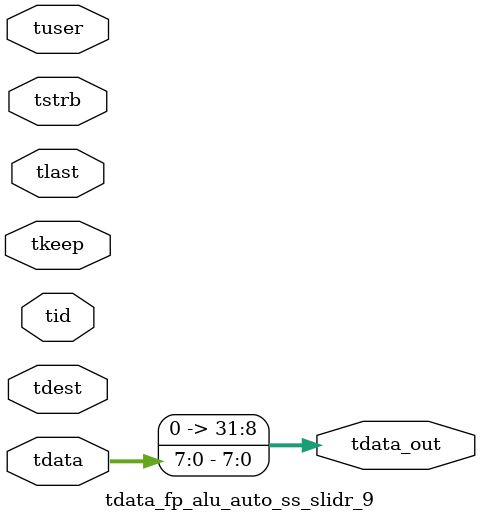
<source format=v>


`timescale 1ps/1ps

module tdata_fp_alu_auto_ss_slidr_9 #
(
parameter C_S_AXIS_TDATA_WIDTH = 32,
parameter C_S_AXIS_TUSER_WIDTH = 0,
parameter C_S_AXIS_TID_WIDTH   = 0,
parameter C_S_AXIS_TDEST_WIDTH = 0,
parameter C_M_AXIS_TDATA_WIDTH = 32
)
(
input  [(C_S_AXIS_TDATA_WIDTH == 0 ? 1 : C_S_AXIS_TDATA_WIDTH)-1:0     ] tdata,
input  [(C_S_AXIS_TUSER_WIDTH == 0 ? 1 : C_S_AXIS_TUSER_WIDTH)-1:0     ] tuser,
input  [(C_S_AXIS_TID_WIDTH   == 0 ? 1 : C_S_AXIS_TID_WIDTH)-1:0       ] tid,
input  [(C_S_AXIS_TDEST_WIDTH == 0 ? 1 : C_S_AXIS_TDEST_WIDTH)-1:0     ] tdest,
input  [(C_S_AXIS_TDATA_WIDTH/8)-1:0 ] tkeep,
input  [(C_S_AXIS_TDATA_WIDTH/8)-1:0 ] tstrb,
input                                                                    tlast,
output [C_M_AXIS_TDATA_WIDTH-1:0] tdata_out
);

assign tdata_out = {tdata[7:0]};

endmodule


</source>
